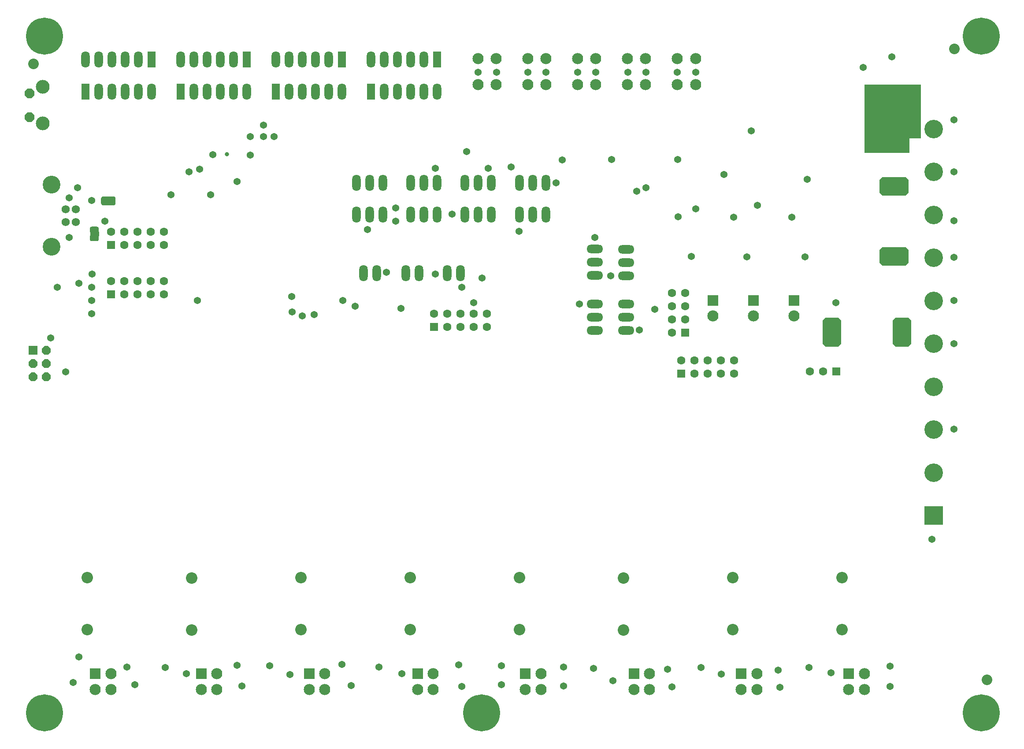
<source format=gbs>
G04*
G04 #@! TF.GenerationSoftware,Altium Limited,Altium Designer,19.1.8 (144)*
G04*
G04 Layer_Color=16711935*
%FSLAX25Y25*%
%MOIN*%
G70*
G01*
G75*
%ADD119C,0.03200*%
G04:AMPARAMS|DCode=164|XSize=80mil|YSize=80mil|CornerRadius=40mil|HoleSize=0mil|Usage=FLASHONLY|Rotation=180.000|XOffset=0mil|YOffset=0mil|HoleType=Round|Shape=RoundedRectangle|*
%AMROUNDEDRECTD164*
21,1,0.08000,0.00000,0,0,180.0*
21,1,0.00000,0.08000,0,0,180.0*
1,1,0.08000,0.00000,0.00000*
1,1,0.08000,0.00000,0.00000*
1,1,0.08000,0.00000,0.00000*
1,1,0.08000,0.00000,0.00000*
%
%ADD164ROUNDEDRECTD164*%
%ADD187R,0.08400X0.08400*%
%ADD200C,0.06306*%
%ADD201R,0.06306X0.06306*%
%ADD202P,0.07144X8X292.5*%
%ADD203R,0.06600X0.06600*%
%ADD204O,0.06400X0.12400*%
%ADD205R,0.06400X0.12400*%
%ADD206C,0.27959*%
%ADD207C,0.08400*%
%ADD208O,0.13998X0.14000*%
%ADD209R,0.13998X0.14000*%
%ADD210O,0.12400X0.06400*%
%ADD211R,0.06306X0.06306*%
G04:AMPARAMS|DCode=212|XSize=137mil|YSize=87mil|CornerRadius=0mil|HoleSize=0mil|Usage=FLASHONLY|Rotation=180.000|XOffset=0mil|YOffset=0mil|HoleType=Round|Shape=Octagon|*
%AMOCTAGOND212*
4,1,8,-0.06850,0.02175,-0.06850,-0.02175,-0.04675,-0.04350,0.04675,-0.04350,0.06850,-0.02175,0.06850,0.02175,0.04675,0.04350,-0.04675,0.04350,-0.06850,0.02175,0.0*
%
%ADD212OCTAGOND212*%

%ADD213C,0.10400*%
%ADD214P,0.08010X8X292.5*%
%ADD215C,0.13450*%
%ADD216C,0.06200*%
G04:AMPARAMS|DCode=217|XSize=137mil|YSize=87mil|CornerRadius=0mil|HoleSize=0mil|Usage=FLASHONLY|Rotation=90.000|XOffset=0mil|YOffset=0mil|HoleType=Round|Shape=Octagon|*
%AMOCTAGOND217*
4,1,8,0.02175,0.06850,-0.02175,0.06850,-0.04350,0.04675,-0.04350,-0.04675,-0.02175,-0.06850,0.02175,-0.06850,0.04350,-0.04675,0.04350,0.04675,0.02175,0.06850,0.0*
%
%ADD217OCTAGOND217*%

%ADD218C,0.08674*%
%ADD387R,0.07045X0.03543*%
%ADD388R,0.03543X0.07045*%
%ADD389C,0.05400*%
G04:AMPARAMS|DCode=390|XSize=54mil|YSize=54mil|CornerRadius=27mil|HoleSize=0mil|Usage=FLASHONLY|Rotation=0.000|XOffset=0mil|YOffset=0mil|HoleType=Round|Shape=RoundedRectangle|*
%AMROUNDEDRECTD390*
21,1,0.05400,0.00000,0,0,0.0*
21,1,0.00000,0.05400,0,0,0.0*
1,1,0.05400,0.00000,0.00000*
1,1,0.05400,0.00000,0.00000*
1,1,0.05400,0.00000,0.00000*
1,1,0.05400,0.00000,0.00000*
%
%ADD390ROUNDEDRECTD390*%
G04:AMPARAMS|DCode=391|XSize=54mil|YSize=54mil|CornerRadius=27mil|HoleSize=0mil|Usage=FLASHONLY|Rotation=270.000|XOffset=0mil|YOffset=0mil|HoleType=Round|Shape=RoundedRectangle|*
%AMROUNDEDRECTD391*
21,1,0.05400,0.00000,0,0,270.0*
21,1,0.00000,0.05400,0,0,270.0*
1,1,0.05400,0.00000,0.00000*
1,1,0.05400,0.00000,0.00000*
1,1,0.05400,0.00000,0.00000*
1,1,0.05400,0.00000,0.00000*
%
%ADD391ROUNDEDRECTD391*%
G04:AMPARAMS|DCode=392|XSize=50mil|YSize=67mil|CornerRadius=13.5mil|HoleSize=0mil|Usage=FLASHONLY|Rotation=90.000|XOffset=0mil|YOffset=0mil|HoleType=Round|Shape=RoundedRectangle|*
%AMROUNDEDRECTD392*
21,1,0.05000,0.04000,0,0,90.0*
21,1,0.02300,0.06700,0,0,90.0*
1,1,0.02700,0.02000,0.01150*
1,1,0.02700,0.02000,-0.01150*
1,1,0.02700,-0.02000,-0.01150*
1,1,0.02700,-0.02000,0.01150*
%
%ADD392ROUNDEDRECTD392*%
G04:AMPARAMS|DCode=393|XSize=50mil|YSize=67mil|CornerRadius=13.5mil|HoleSize=0mil|Usage=FLASHONLY|Rotation=180.000|XOffset=0mil|YOffset=0mil|HoleType=Round|Shape=RoundedRectangle|*
%AMROUNDEDRECTD393*
21,1,0.05000,0.04000,0,0,180.0*
21,1,0.02300,0.06700,0,0,180.0*
1,1,0.02700,-0.01150,0.02000*
1,1,0.02700,0.01150,0.02000*
1,1,0.02700,0.01150,-0.02000*
1,1,0.02700,-0.01150,-0.02000*
%
%ADD393ROUNDEDRECTD393*%
G36*
X-14614Y181000D02*
X-714D01*
Y190100D01*
X-14614D01*
Y181000D01*
D02*
G37*
G36*
X38386D02*
X52286D01*
Y190100D01*
X38386D01*
Y181000D01*
D02*
G37*
G36*
X34632Y250087D02*
Y236187D01*
X43732D01*
Y250087D01*
X34632D01*
D02*
G37*
G36*
Y303087D02*
Y289187D01*
X43732D01*
Y303087D01*
X34632D01*
D02*
G37*
G36*
X59771Y373070D02*
X59771Y332399D01*
X50815Y332399D01*
X50815Y321473D01*
X16927D01*
Y368870D01*
Y373070D01*
X59771Y373070D01*
D02*
G37*
G54D119*
X-465373Y320326D02*
D03*
G54D164*
X-611789Y388723D02*
D03*
X109637Y-77289D02*
D03*
X84989Y400149D02*
D03*
G54D187*
X-66972Y209866D02*
D03*
X-36264D02*
D03*
X-97681D02*
D03*
X-403160Y-72733D02*
D03*
X-321105D02*
D03*
X-239578D02*
D03*
X-157522D02*
D03*
X-76222D02*
D03*
X5078D02*
D03*
X-564940D02*
D03*
X-484687D02*
D03*
G54D200*
X-81810Y164400D02*
D03*
Y154400D02*
D03*
X-91810Y164400D02*
D03*
Y154400D02*
D03*
X-101810Y164400D02*
D03*
Y154400D02*
D03*
X-111810Y164400D02*
D03*
Y154400D02*
D03*
X-121810Y164400D02*
D03*
X-14497Y155951D02*
D03*
X-24261D02*
D03*
X-128586Y215437D02*
D03*
X-118587D02*
D03*
X-128586Y205437D02*
D03*
X-118587D02*
D03*
X-128586Y195437D02*
D03*
X-118587D02*
D03*
X-128586Y185437D02*
D03*
X-268697Y199812D02*
D03*
Y189812D02*
D03*
X-278697Y199812D02*
D03*
Y189812D02*
D03*
X-288697Y199812D02*
D03*
Y189812D02*
D03*
X-298697Y199812D02*
D03*
Y189812D02*
D03*
X-308697Y199812D02*
D03*
X-512873Y224226D02*
D03*
Y214226D02*
D03*
X-522873Y224226D02*
D03*
Y214226D02*
D03*
X-532873Y224226D02*
D03*
Y214226D02*
D03*
X-542873Y224226D02*
D03*
Y214226D02*
D03*
X-552873Y224226D02*
D03*
X-512873Y261720D02*
D03*
Y251720D02*
D03*
X-522873Y261720D02*
D03*
Y251720D02*
D03*
X-532873Y261720D02*
D03*
Y251720D02*
D03*
X-542873Y261720D02*
D03*
Y251720D02*
D03*
X-552873Y261720D02*
D03*
G54D201*
X-121810Y154400D02*
D03*
X-308697Y189812D02*
D03*
X-552873Y214226D02*
D03*
Y251720D02*
D03*
G54D202*
X-601910Y152200D02*
D03*
X-611910D02*
D03*
X-601910Y162200D02*
D03*
X-611910D02*
D03*
X-601910Y172200D02*
D03*
G54D203*
X-611910D02*
D03*
G54D204*
X-552510Y391900D02*
D03*
X-542510D02*
D03*
X-532510D02*
D03*
X-562510D02*
D03*
X-572510D02*
D03*
X-542510Y367600D02*
D03*
X-552510D02*
D03*
X-562510D02*
D03*
X-532510D02*
D03*
X-522510D02*
D03*
X-480443Y391900D02*
D03*
X-470443D02*
D03*
X-460443D02*
D03*
X-490444D02*
D03*
X-500444D02*
D03*
X-470443Y367600D02*
D03*
X-480443D02*
D03*
X-490444D02*
D03*
X-460443D02*
D03*
X-450444D02*
D03*
X-408377Y391900D02*
D03*
X-398377D02*
D03*
X-388377D02*
D03*
X-418377D02*
D03*
X-428377D02*
D03*
X-398377Y367600D02*
D03*
X-408377D02*
D03*
X-418377D02*
D03*
X-388377D02*
D03*
X-378377D02*
D03*
X-336310Y391900D02*
D03*
X-326310D02*
D03*
X-316310D02*
D03*
X-346310D02*
D03*
X-356310D02*
D03*
X-326310Y367600D02*
D03*
X-336310D02*
D03*
X-346310D02*
D03*
X-316310D02*
D03*
X-306310D02*
D03*
X-244138Y298826D02*
D03*
X-234138D02*
D03*
X-224138D02*
D03*
X-244138Y274826D02*
D03*
X-234138D02*
D03*
X-224138D02*
D03*
X-320173Y230226D02*
D03*
X-330173D02*
D03*
X-347473Y274826D02*
D03*
X-357473D02*
D03*
X-367473D02*
D03*
X-285373D02*
D03*
X-275373D02*
D03*
X-265373D02*
D03*
X-326423D02*
D03*
X-316423D02*
D03*
X-306423D02*
D03*
X-265373Y298826D02*
D03*
X-275373D02*
D03*
X-285373D02*
D03*
X-306423D02*
D03*
X-316423D02*
D03*
X-326423D02*
D03*
X-347473D02*
D03*
X-357473D02*
D03*
X-367473D02*
D03*
X-288673Y230226D02*
D03*
X-298673D02*
D03*
X-351873D02*
D03*
X-361873D02*
D03*
G54D205*
X-522510Y391900D02*
D03*
X-572510Y367600D02*
D03*
X-450444Y391900D02*
D03*
X-500444Y367600D02*
D03*
X-378377Y391900D02*
D03*
X-428377Y367600D02*
D03*
X-306310Y391900D02*
D03*
X-356310Y367600D02*
D03*
G54D206*
X-272779Y-102141D02*
D03*
X105173D02*
D03*
X-603488D02*
D03*
X105173Y409669D02*
D03*
X-603488D02*
D03*
G54D207*
X-66972Y198055D02*
D03*
X-36264D02*
D03*
X-97681D02*
D03*
X-403160Y-84544D02*
D03*
X-391349Y-72733D02*
D03*
Y-84544D02*
D03*
X-309294D02*
D03*
Y-72733D02*
D03*
X-321105Y-84544D02*
D03*
X-239578D02*
D03*
X-227767Y-72733D02*
D03*
Y-84544D02*
D03*
X-145711D02*
D03*
Y-72733D02*
D03*
X-157522Y-84544D02*
D03*
X-76222D02*
D03*
X-64411Y-72733D02*
D03*
Y-84544D02*
D03*
X16889D02*
D03*
Y-72733D02*
D03*
X5078Y-84544D02*
D03*
X-564940D02*
D03*
X-553129Y-72733D02*
D03*
Y-84544D02*
D03*
X-472876D02*
D03*
Y-72733D02*
D03*
X-484687Y-84544D02*
D03*
X-124613Y392770D02*
D03*
X-110834D02*
D03*
Y373085D02*
D03*
X-124613D02*
D03*
X-162313D02*
D03*
X-148534D02*
D03*
Y392770D02*
D03*
X-162313D02*
D03*
X-200013D02*
D03*
X-186233D02*
D03*
Y373085D02*
D03*
X-200013D02*
D03*
X-237713D02*
D03*
X-223933D02*
D03*
Y392770D02*
D03*
X-237713D02*
D03*
X-275413D02*
D03*
X-261633D02*
D03*
Y373085D02*
D03*
X-275413D02*
D03*
G54D208*
X69327Y339505D02*
D03*
Y307005D02*
D03*
Y274505D02*
D03*
Y242005D02*
D03*
Y79426D02*
D03*
Y111926D02*
D03*
Y144426D02*
D03*
Y176926D02*
D03*
Y209426D02*
D03*
G54D209*
Y46926D02*
D03*
G54D210*
X-187150Y207071D02*
D03*
Y197071D02*
D03*
Y187071D02*
D03*
Y248646D02*
D03*
Y238646D02*
D03*
Y228646D02*
D03*
X-163331Y187071D02*
D03*
Y197071D02*
D03*
Y207071D02*
D03*
Y228548D02*
D03*
Y238547D02*
D03*
Y248548D02*
D03*
G54D211*
X-4497Y155951D02*
D03*
X-118587Y185437D02*
D03*
G54D212*
X-7654Y178895D02*
D03*
Y192296D02*
D03*
X45346D02*
D03*
Y178895D02*
D03*
G54D213*
X-604773Y343626D02*
D03*
Y371226D02*
D03*
G54D214*
X-614573Y348526D02*
D03*
Y366326D02*
D03*
G54D215*
X-598173Y250226D02*
D03*
Y297548D02*
D03*
G54D216*
X-587473Y268926D02*
D03*
Y278847D02*
D03*
X-579573D02*
D03*
Y268926D02*
D03*
G54D217*
X32527Y296126D02*
D03*
X45927D02*
D03*
Y243126D02*
D03*
X32527D02*
D03*
G54D218*
X-570866Y0D02*
D03*
Y-39370D02*
D03*
X-492126Y-123D02*
D03*
Y-39494D02*
D03*
X-409449Y0D02*
D03*
Y-39370D02*
D03*
X-326772Y0D02*
D03*
Y-39370D02*
D03*
X-244094Y0D02*
D03*
Y-39370D02*
D03*
X-165354Y-123D02*
D03*
Y-39494D02*
D03*
X-82677Y0D02*
D03*
Y-39370D02*
D03*
X0D02*
D03*
Y0D02*
D03*
G54D387*
X-565517Y259891D02*
D03*
G54D388*
X-555063Y285067D02*
D03*
G54D389*
X-284146Y322305D02*
D03*
X-250410Y310800D02*
D03*
X-211729Y315884D02*
D03*
X-174445Y316274D02*
D03*
X-124213Y316430D02*
D03*
X-275299Y382496D02*
D03*
X-261415D02*
D03*
X-237547D02*
D03*
X-223975D02*
D03*
X-199951D02*
D03*
X-186301D02*
D03*
X-162121D02*
D03*
X-148471D02*
D03*
X-124525D02*
D03*
X-110797D02*
D03*
X-244335Y262170D02*
D03*
X67969Y29099D02*
D03*
X-216213Y298826D02*
D03*
X-534877Y-81111D02*
D03*
X-540961Y-67538D02*
D03*
X-581833Y-79160D02*
D03*
X-577387Y-60050D02*
D03*
X36317Y-82437D02*
D03*
X36161Y-66837D02*
D03*
X-25147Y-68085D02*
D03*
X-8455Y-71984D02*
D03*
X-47065Y-82982D02*
D03*
X-48313Y-69801D02*
D03*
X-106579Y-67851D02*
D03*
X-91213Y-72921D02*
D03*
X-128731Y-82592D02*
D03*
X-132163Y-69411D02*
D03*
X-188089Y-68630D02*
D03*
X-173503Y-77991D02*
D03*
X-210631Y-81890D02*
D03*
X-210709Y-67461D02*
D03*
X-257743Y-80876D02*
D03*
Y-66681D02*
D03*
X-287851Y-82203D02*
D03*
X-290035Y-66057D02*
D03*
X-350315Y-67538D02*
D03*
X-332935Y-72686D02*
D03*
X-371467Y-81735D02*
D03*
X-378487Y-65667D02*
D03*
X-433087Y-66759D02*
D03*
X-417565Y-73154D02*
D03*
X-453913Y-81813D02*
D03*
X-496033Y-72764D02*
D03*
X-512101Y-67851D02*
D03*
X-457735Y-66290D02*
D03*
X-416476Y212574D02*
D03*
X-333536Y203812D02*
D03*
X84755Y209804D02*
D03*
X-584573Y287274D02*
D03*
X-578273Y295026D02*
D03*
X-337673Y279674D02*
D03*
X84755Y306992D02*
D03*
X-358929Y263283D02*
D03*
X-307673Y309674D02*
D03*
X-337673Y269674D02*
D03*
X-267673Y309674D02*
D03*
X-295122Y274965D02*
D03*
X37690Y394200D02*
D03*
X-110603Y278899D02*
D03*
X84755Y177044D02*
D03*
Y242408D02*
D03*
X-584573Y257274D02*
D03*
X-567760Y285324D02*
D03*
X84755Y112304D02*
D03*
X-4633Y208010D02*
D03*
X-148310Y295000D02*
D03*
X-68605Y337943D02*
D03*
X-408510Y197900D02*
D03*
X-587410Y155800D02*
D03*
X-114161Y243175D02*
D03*
X-71961Y242775D02*
D03*
X-27862Y242776D02*
D03*
X84755Y270176D02*
D03*
X-368280Y205376D02*
D03*
X-272287Y226835D02*
D03*
X-457673Y299674D02*
D03*
X-429710Y333700D02*
D03*
X-437673Y333611D02*
D03*
X-437710Y342500D02*
D03*
X-416010Y201200D02*
D03*
X-377673Y209674D02*
D03*
X-399210Y199200D02*
D03*
X-287673Y219674D02*
D03*
X-307673Y229674D02*
D03*
X-344559Y230966D02*
D03*
X-487673Y209674D02*
D03*
X-567464Y229674D02*
D03*
X-567673Y209674D02*
D03*
X-598557Y181410D02*
D03*
X-567673Y219674D02*
D03*
Y199674D02*
D03*
X-593673Y219674D02*
D03*
X-577464Y222581D02*
D03*
X-557673Y269674D02*
D03*
X-507673Y289674D02*
D03*
X-477673D02*
D03*
X-447673Y319674D02*
D03*
X16135Y386100D02*
D03*
X-485910Y309200D02*
D03*
X-494110Y307100D02*
D03*
X-155310Y292400D02*
D03*
X-64110Y281800D02*
D03*
X-37862Y272776D02*
D03*
X-81961Y272775D02*
D03*
X-124161Y273175D02*
D03*
X-476061Y320013D02*
D03*
X-447673Y333611D02*
D03*
X84755Y346270D02*
D03*
G54D390*
X-174973Y228506D02*
D03*
X-198595Y207049D02*
D03*
X-153516Y187266D02*
D03*
X-141705Y203014D02*
D03*
X-26322Y301352D02*
D03*
G54D391*
X-187150Y257541D02*
D03*
X-89197Y304999D02*
D03*
X-278697Y208033D02*
D03*
G54D392*
X-565594Y262989D02*
D03*
Y256989D02*
D03*
G54D393*
X-552161Y284989D02*
D03*
X-558161D02*
D03*
M02*

</source>
